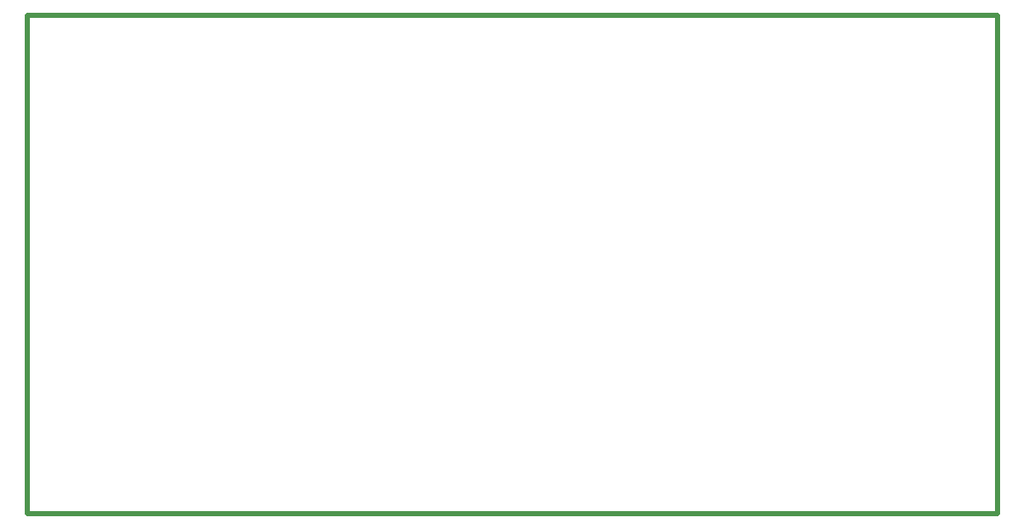
<source format=gm1>
G04 #@! TF.GenerationSoftware,KiCad,Pcbnew,8.0.5*
G04 #@! TF.CreationDate,2024-11-04T11:20:59+01:00*
G04 #@! TF.ProjectId,raspberry_pi_hat,72617370-6265-4727-9279-5f70695f6861,rev?*
G04 #@! TF.SameCoordinates,Original*
G04 #@! TF.FileFunction,Profile,NP*
%FSLAX46Y46*%
G04 Gerber Fmt 4.6, Leading zero omitted, Abs format (unit mm)*
G04 Created by KiCad (PCBNEW 8.0.5) date 2024-11-04 11:20:59*
%MOMM*%
%LPD*%
G01*
G04 APERTURE LIST*
G04 #@! TA.AperFunction,Profile*
%ADD10C,0.500000*%
G04 #@! TD*
G04 APERTURE END LIST*
D10*
X114700000Y-106800000D02*
X211000000Y-106800000D01*
X211000000Y-156350000D01*
X114700000Y-156350000D01*
X114700000Y-106800000D01*
M02*

</source>
